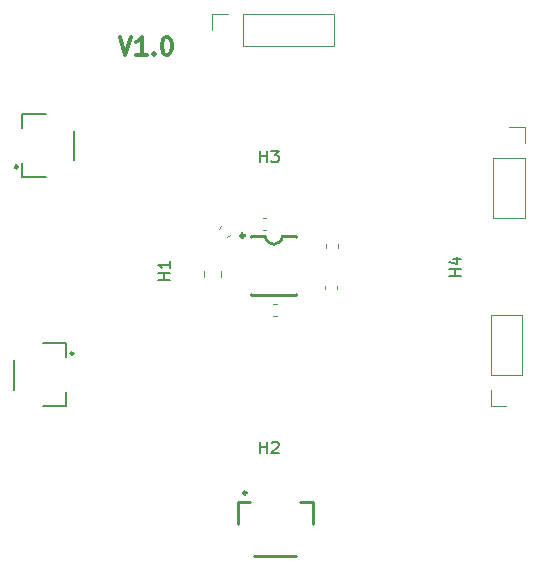
<source format=gbr>
%TF.GenerationSoftware,KiCad,Pcbnew,7.0.5*%
%TF.CreationDate,2024-01-14T19:57:34+08:00*%
%TF.ProjectId,encoder,656e636f-6465-4722-9e6b-696361645f70,rev?*%
%TF.SameCoordinates,Original*%
%TF.FileFunction,Legend,Top*%
%TF.FilePolarity,Positive*%
%FSLAX46Y46*%
G04 Gerber Fmt 4.6, Leading zero omitted, Abs format (unit mm)*
G04 Created by KiCad (PCBNEW 7.0.5) date 2024-01-14 19:57:34*
%MOMM*%
%LPD*%
G01*
G04 APERTURE LIST*
%ADD10C,0.300000*%
%ADD11C,0.150000*%
%ADD12C,0.120000*%
%ADD13C,0.200000*%
%ADD14C,0.250000*%
%ADD15C,0.254000*%
G04 APERTURE END LIST*
D10*
X127740225Y-54300828D02*
X128240225Y-55800828D01*
X128240225Y-55800828D02*
X128740225Y-54300828D01*
X130025939Y-55800828D02*
X129168796Y-55800828D01*
X129597367Y-55800828D02*
X129597367Y-54300828D01*
X129597367Y-54300828D02*
X129454510Y-54515114D01*
X129454510Y-54515114D02*
X129311653Y-54657971D01*
X129311653Y-54657971D02*
X129168796Y-54729400D01*
X130668795Y-55657971D02*
X130740224Y-55729400D01*
X130740224Y-55729400D02*
X130668795Y-55800828D01*
X130668795Y-55800828D02*
X130597367Y-55729400D01*
X130597367Y-55729400D02*
X130668795Y-55657971D01*
X130668795Y-55657971D02*
X130668795Y-55800828D01*
X131668796Y-54300828D02*
X131811653Y-54300828D01*
X131811653Y-54300828D02*
X131954510Y-54372257D01*
X131954510Y-54372257D02*
X132025939Y-54443685D01*
X132025939Y-54443685D02*
X132097367Y-54586542D01*
X132097367Y-54586542D02*
X132168796Y-54872257D01*
X132168796Y-54872257D02*
X132168796Y-55229400D01*
X132168796Y-55229400D02*
X132097367Y-55515114D01*
X132097367Y-55515114D02*
X132025939Y-55657971D01*
X132025939Y-55657971D02*
X131954510Y-55729400D01*
X131954510Y-55729400D02*
X131811653Y-55800828D01*
X131811653Y-55800828D02*
X131668796Y-55800828D01*
X131668796Y-55800828D02*
X131525939Y-55729400D01*
X131525939Y-55729400D02*
X131454510Y-55657971D01*
X131454510Y-55657971D02*
X131383081Y-55515114D01*
X131383081Y-55515114D02*
X131311653Y-55229400D01*
X131311653Y-55229400D02*
X131311653Y-54872257D01*
X131311653Y-54872257D02*
X131383081Y-54586542D01*
X131383081Y-54586542D02*
X131454510Y-54443685D01*
X131454510Y-54443685D02*
X131525939Y-54372257D01*
X131525939Y-54372257D02*
X131668796Y-54300828D01*
D11*
%TO.C,H2*%
X139638095Y-89554819D02*
X139638095Y-88554819D01*
X139638095Y-89031009D02*
X140209523Y-89031009D01*
X140209523Y-89554819D02*
X140209523Y-88554819D01*
X140638095Y-88650057D02*
X140685714Y-88602438D01*
X140685714Y-88602438D02*
X140780952Y-88554819D01*
X140780952Y-88554819D02*
X141019047Y-88554819D01*
X141019047Y-88554819D02*
X141114285Y-88602438D01*
X141114285Y-88602438D02*
X141161904Y-88650057D01*
X141161904Y-88650057D02*
X141209523Y-88745295D01*
X141209523Y-88745295D02*
X141209523Y-88840533D01*
X141209523Y-88840533D02*
X141161904Y-88983390D01*
X141161904Y-88983390D02*
X140590476Y-89554819D01*
X140590476Y-89554819D02*
X141209523Y-89554819D01*
%TO.C,H4*%
X156654819Y-74561904D02*
X155654819Y-74561904D01*
X156131009Y-74561904D02*
X156131009Y-73990476D01*
X156654819Y-73990476D02*
X155654819Y-73990476D01*
X155988152Y-73085714D02*
X156654819Y-73085714D01*
X155607200Y-73323809D02*
X156321485Y-73561904D01*
X156321485Y-73561904D02*
X156321485Y-72942857D01*
%TO.C,H3*%
X139638095Y-64929819D02*
X139638095Y-63929819D01*
X139638095Y-64406009D02*
X140209523Y-64406009D01*
X140209523Y-64929819D02*
X140209523Y-63929819D01*
X140590476Y-63929819D02*
X141209523Y-63929819D01*
X141209523Y-63929819D02*
X140876190Y-64310771D01*
X140876190Y-64310771D02*
X141019047Y-64310771D01*
X141019047Y-64310771D02*
X141114285Y-64358390D01*
X141114285Y-64358390D02*
X141161904Y-64406009D01*
X141161904Y-64406009D02*
X141209523Y-64501247D01*
X141209523Y-64501247D02*
X141209523Y-64739342D01*
X141209523Y-64739342D02*
X141161904Y-64834580D01*
X141161904Y-64834580D02*
X141114285Y-64882200D01*
X141114285Y-64882200D02*
X141019047Y-64929819D01*
X141019047Y-64929819D02*
X140733333Y-64929819D01*
X140733333Y-64929819D02*
X140638095Y-64882200D01*
X140638095Y-64882200D02*
X140590476Y-64834580D01*
%TO.C,H1*%
X132029819Y-74861904D02*
X131029819Y-74861904D01*
X131506009Y-74861904D02*
X131506009Y-74290476D01*
X132029819Y-74290476D02*
X131029819Y-74290476D01*
X132029819Y-73290476D02*
X132029819Y-73861904D01*
X132029819Y-73576190D02*
X131029819Y-73576190D01*
X131029819Y-73576190D02*
X131172676Y-73671428D01*
X131172676Y-73671428D02*
X131267914Y-73766666D01*
X131267914Y-73766666D02*
X131315533Y-73861904D01*
D12*
%TO.C,R1*%
X141046267Y-77910000D02*
X140753733Y-77910000D01*
X141046267Y-76890000D02*
X140753733Y-76890000D01*
%TO.C,J2*%
X159370000Y-64530000D02*
X159370000Y-69670000D01*
X159370000Y-64530000D02*
X162030000Y-64530000D01*
X159370000Y-69670000D02*
X162030000Y-69670000D01*
X160700000Y-61930000D02*
X162030000Y-61930000D01*
X162030000Y-61930000D02*
X162030000Y-63260000D01*
X162030000Y-64530000D02*
X162030000Y-69670000D01*
D13*
%TO.C,J6*%
X119498000Y-60840000D02*
X121481000Y-60840000D01*
X119498000Y-61996000D02*
X119498000Y-60840000D01*
X123900000Y-64760000D02*
X123900000Y-62240000D01*
X119498000Y-66160000D02*
X119498000Y-65004000D01*
X119498000Y-66160000D02*
X121481000Y-66160000D01*
D14*
X119115000Y-65300000D02*
G75*
G03*
X119115000Y-65300000I-125000J0D01*
G01*
D12*
%TO.C,R2*%
X146210000Y-71853733D02*
X146210000Y-72146267D01*
X145190000Y-71853733D02*
X145190000Y-72146267D01*
D13*
%TO.C,J5*%
X123202000Y-85560000D02*
X121219000Y-85560000D01*
X123202000Y-84404000D02*
X123202000Y-85560000D01*
X118800000Y-81640000D02*
X118800000Y-84160000D01*
X123202000Y-80240000D02*
X123202000Y-81396000D01*
X123202000Y-80240000D02*
X121219000Y-80240000D01*
D14*
X123835000Y-81100000D02*
G75*
G03*
X123835000Y-81100000I-125000J0D01*
G01*
D12*
%TO.C,R4*%
X137064051Y-71057198D02*
X136857198Y-71264051D01*
X136342802Y-70335949D02*
X136135949Y-70542802D01*
%TO.C,R3*%
X145090000Y-75646267D02*
X145090000Y-75353733D01*
X146110000Y-75646267D02*
X146110000Y-75353733D01*
%TO.C,C2*%
X136335000Y-74138748D02*
X136335000Y-74661252D01*
X134865000Y-74138748D02*
X134865000Y-74661252D01*
D15*
%TO.C,J4*%
X137725000Y-93666500D02*
X138819000Y-93666500D01*
X137725000Y-95543500D02*
X137725000Y-93666500D01*
X139121000Y-98238500D02*
X142678000Y-98238500D01*
X142981000Y-93666500D02*
X144075000Y-93666500D01*
X144075000Y-93666500D02*
X144075000Y-95543500D01*
X138487000Y-92904500D02*
G75*
G03*
X138487000Y-92904500I-127000J0D01*
G01*
D12*
%TO.C,C1*%
X139853733Y-69590000D02*
X140146267Y-69590000D01*
X139853733Y-70610000D02*
X140146267Y-70610000D01*
%TO.C,J1*%
X161805000Y-82955000D02*
X161805000Y-77815000D01*
X161805000Y-82955000D02*
X159145000Y-82955000D01*
X161805000Y-77815000D02*
X159145000Y-77815000D01*
X160475000Y-85555000D02*
X159145000Y-85555000D01*
X159145000Y-85555000D02*
X159145000Y-84225000D01*
X159145000Y-82955000D02*
X159145000Y-77815000D01*
%TO.C,J3*%
X138190000Y-55030000D02*
X145870000Y-55030000D01*
X138190000Y-55030000D02*
X138190000Y-52370000D01*
X145870000Y-55030000D02*
X145870000Y-52370000D01*
X135590000Y-53700000D02*
X135590000Y-52370000D01*
X135590000Y-52370000D02*
X136920000Y-52370000D01*
X138190000Y-52370000D02*
X145870000Y-52370000D01*
D15*
%TO.C,U2*%
X142710000Y-71165000D02*
X142710000Y-71256000D01*
X142305000Y-71165000D02*
X142710000Y-71165000D01*
X142305000Y-71165000D02*
X141531000Y-71165000D01*
X139305000Y-71165000D02*
X140078000Y-71165000D01*
X139305000Y-71165000D02*
X138900000Y-71165000D01*
X138900000Y-71165000D02*
X138900000Y-71256000D01*
X142710000Y-76165000D02*
X142710000Y-76074000D01*
X142305000Y-76165000D02*
X142710000Y-76165000D01*
X142305000Y-76165000D02*
X139305000Y-76165000D01*
X139305000Y-76165000D02*
X138900000Y-76165000D01*
X138900000Y-76165000D02*
X138900000Y-76074000D01*
X140078679Y-71164474D02*
G75*
G03*
X141531000Y-71170000I726321J39474D01*
G01*
D10*
X138288000Y-71125000D02*
G75*
G03*
X138288000Y-71125000I-150000J0D01*
G01*
%TD*%
M02*

</source>
